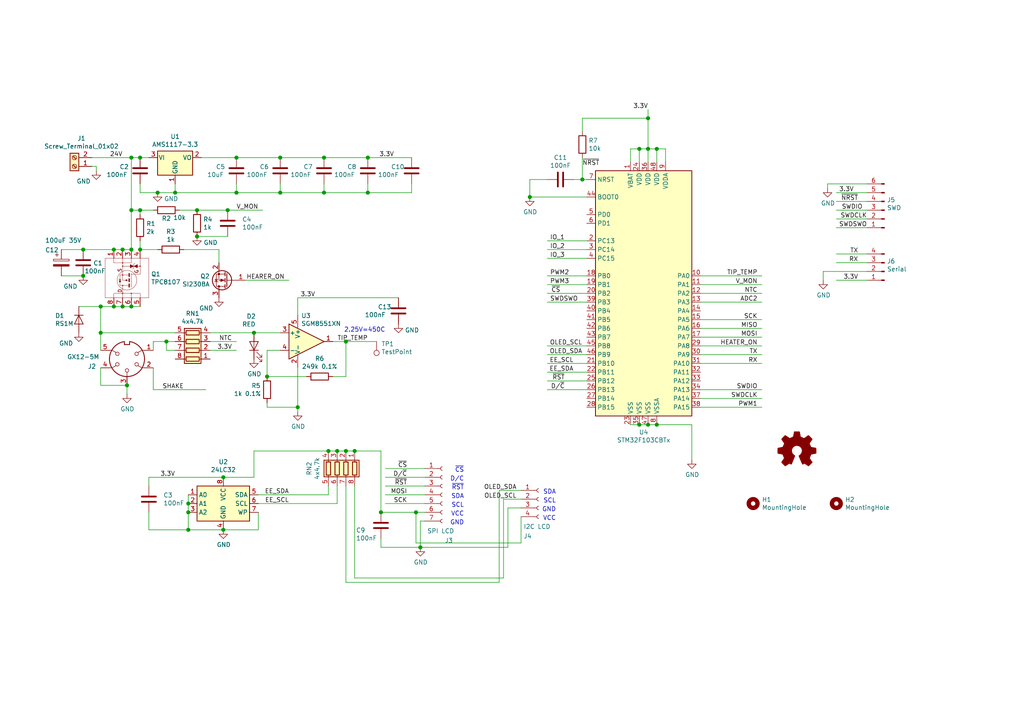
<source format=kicad_sch>
(kicad_sch (version 20201015) (generator eeschema)
  (page 1 1)
  (paper "A4")
  (lib_symbols
    (symbol "Amplifier_Operational:MCP6001-OT" (pin_names (offset 0.127))
      (property "Reference" "U" (at -1.27 6.35 0))
      (property "Value" "MCP6001-OT" (at -1.27 3.81 0))
      (symbol "MCP6001-OT_0_1"
        (pin power_in line (at -2.54 -7.62 90) (length 3.81) (name "V-") (number "2"))
        (pin power_in line (at -2.54 7.62 270) (length 3.81) (name "V+") (number "5"))
      )
      (symbol "MCP6001-OT_1_1"
        (pin output line (at 7.62 0 180) (length 2.54) (name "~") (number "1"))
        (pin input line (at -7.62 2.54 0) (length 2.54) (name "+") (number "3"))
        (pin input line (at -7.62 -2.54 0) (length 2.54) (name "-") (number "4"))
      )
    )
    (symbol "Connector:Conn_01x04_Female" (pin_names (offset 1.016) hide)
      (property "Reference" "J" (at 0 5.08 0))
      (property "Value" "Conn_01x04_Female" (at 0 -7.62 0))
      (symbol "Conn_01x04_Female_1_1"
        (pin passive line (at -5.08 2.54 0) (length 3.81) (name "Pin_1") (number "1"))
        (pin passive line (at -5.08 0 0) (length 3.81) (name "Pin_2") (number "2"))
        (pin passive line (at -5.08 -2.54 0) (length 3.81) (name "Pin_3") (number "3"))
        (pin passive line (at -5.08 -5.08 0) (length 3.81) (name "Pin_4") (number "4"))
      )
    )
    (symbol "Connector:Conn_01x04_Male" (pin_names (offset 1.016) hide)
      (property "Reference" "J" (at 0 5.08 0))
      (property "Value" "Conn_01x04_Male" (at 0 -7.62 0))
      (symbol "Conn_01x04_Male_1_1"
        (pin passive line (at 5.08 2.54 180) (length 3.81) (name "Pin_1") (number "1"))
        (pin passive line (at 5.08 0 180) (length 3.81) (name "Pin_2") (number "2"))
        (pin passive line (at 5.08 -2.54 180) (length 3.81) (name "Pin_3") (number "3"))
        (pin passive line (at 5.08 -5.08 180) (length 3.81) (name "Pin_4") (number "4"))
      )
    )
    (symbol "Connector:Conn_01x06_Male" (pin_names (offset 1.016) hide)
      (property "Reference" "J" (at 0 7.62 0))
      (property "Value" "Conn_01x06_Male" (at 0 -10.16 0))
      (symbol "Conn_01x06_Male_1_1"
        (pin passive line (at 5.08 5.08 180) (length 3.81) (name "Pin_1") (number "1"))
        (pin passive line (at 5.08 2.54 180) (length 3.81) (name "Pin_2") (number "2"))
        (pin passive line (at 5.08 0 180) (length 3.81) (name "Pin_3") (number "3"))
        (pin passive line (at 5.08 -2.54 180) (length 3.81) (name "Pin_4") (number "4"))
        (pin passive line (at 5.08 -5.08 180) (length 3.81) (name "Pin_5") (number "5"))
        (pin passive line (at 5.08 -7.62 180) (length 3.81) (name "Pin_6") (number "6"))
      )
    )
    (symbol "Connector:Conn_01x07_Female" (pin_names (offset 1.016) hide)
      (property "Reference" "J" (at 0 10.16 0))
      (property "Value" "Conn_01x07_Female" (at 0 -10.16 0))
      (symbol "Conn_01x07_Female_1_1"
        (pin passive line (at -5.08 7.62 0) (length 3.81) (name "Pin_1") (number "1"))
        (pin passive line (at -5.08 5.08 0) (length 3.81) (name "Pin_2") (number "2"))
        (pin passive line (at -5.08 2.54 0) (length 3.81) (name "Pin_3") (number "3"))
        (pin passive line (at -5.08 0 0) (length 3.81) (name "Pin_4") (number "4"))
        (pin passive line (at -5.08 -2.54 0) (length 3.81) (name "Pin_5") (number "5"))
        (pin passive line (at -5.08 -5.08 0) (length 3.81) (name "Pin_6") (number "6"))
        (pin passive line (at -5.08 -7.62 0) (length 3.81) (name "Pin_7") (number "7"))
      )
    )
    (symbol "Connector:DIN-5" (pin_names (offset 1.016))
      (property "Reference" "J" (at 3.175 5.715 0))
      (property "Value" "DIN-5" (at 0 -6.35 0))
      (symbol "DIN-5_1_1"
        (pin passive line (at -7.62 -2.54 0) (length 2.54) (name "~") (number "1"))
        (pin passive line (at -7.62 2.54 0) (length 2.54) (name "~") (number "2"))
        (pin passive line (at 0 7.62 270) (length 2.54) (name "~") (number "3"))
        (pin passive line (at 7.62 2.54 180) (length 2.54) (name "~") (number "4"))
        (pin passive line (at 7.62 -2.54 180) (length 2.54) (name "~") (number "5"))
      )
    )
    (symbol "Connector:Screw_Terminal_01x02" (pin_names (offset 1.016) hide)
      (property "Reference" "J" (at 0 2.54 0))
      (property "Value" "Screw_Terminal_01x02" (at 0 -5.08 0))
      (symbol "Screw_Terminal_01x02_1_1"
        (pin passive line (at -5.08 0 0) (length 3.81) (name "Pin_1") (number "1"))
        (pin passive line (at -5.08 -2.54 0) (length 3.81) (name "Pin_2") (number "2"))
      )
    )
    (symbol "Connector:TestPoint" (pin_numbers hide) (pin_names (offset 0.762) hide)
      (property "Reference" "TP" (at 0 6.858 0))
      (property "Value" "TestPoint" (at 0 5.08 0))
      (symbol "TestPoint_1_1"
        (pin passive line (at 0 0 90) (length 2.54) (name "1") (number "1"))
      )
    )
    (symbol "Device:C" (pin_numbers hide) (pin_names (offset 0.254))
      (property "Reference" "C" (at 0.635 2.54 0))
      (property "Value" "C" (at 0.635 -2.54 0))
      (symbol "C_1_1"
        (pin passive line (at 0 3.81 270) (length 2.794) (name "~") (number "1"))
        (pin passive line (at 0 -3.81 90) (length 2.794) (name "~") (number "2"))
      )
    )
    (symbol "Device:CP" (pin_numbers hide) (pin_names (offset 0.254))
      (property "Reference" "C" (at 0.635 2.54 0))
      (property "Value" "CP" (at 0.635 -2.54 0))
      (symbol "CP_1_1"
        (pin passive line (at 0 3.81 270) (length 2.794) (name "~") (number "1"))
        (pin passive line (at 0 -3.81 90) (length 2.794) (name "~") (number "2"))
      )
    )
    (symbol "Device:D" (pin_numbers hide) (pin_names (offset 1.016) hide)
      (property "Reference" "D" (at 0 2.54 0))
      (property "Value" "D" (at 0 -2.54 0))
      (symbol "D_1_1"
        (pin passive line (at -3.81 0 0) (length 2.54) (name "K") (number "1"))
        (pin passive line (at 3.81 0 180) (length 2.54) (name "A") (number "2"))
      )
    )
    (symbol "Device:LED" (pin_numbers hide) (pin_names (offset 1.016) hide)
      (property "Reference" "D" (at 0 2.54 0))
      (property "Value" "LED" (at 0 -2.54 0))
      (symbol "LED_1_1"
        (pin passive line (at -3.81 0 0) (length 2.54) (name "K") (number "1"))
        (pin passive line (at 3.81 0 180) (length 2.54) (name "A") (number "2"))
      )
    )
    (symbol "Device:Q_NMOS_GSD" (pin_names (offset 0) hide)
      (property "Reference" "Q" (at 5.08 1.27 0))
      (property "Value" "Q_NMOS_GSD" (at 5.08 -1.27 0))
      (symbol "Q_NMOS_GSD_1_1"
        (pin input line (at -5.08 0 0) (length 2.54) (name "G") (number "1"))
        (pin passive line (at 2.54 -5.08 90) (length 2.54) (name "S") (number "2"))
        (pin passive line (at 2.54 5.08 270) (length 2.54) (name "D") (number "3"))
      )
    )
    (symbol "Device:R" (pin_numbers hide) (pin_names (offset 0))
      (property "Reference" "R" (at 2.032 0 90))
      (property "Value" "R" (at 0 0 90))
      (symbol "R_1_1"
        (pin passive line (at 0 3.81 270) (length 1.27) (name "~") (number "1"))
        (pin passive line (at 0 -3.81 90) (length 1.27) (name "~") (number "2"))
      )
    )
    (symbol "Device:R_Pack04" (pin_names (offset 0) hide)
      (property "Reference" "RN" (at -7.62 0 90))
      (property "Value" "R_Pack04" (at 5.08 0 90))
      (symbol "R_Pack04_1_1"
        (pin passive line (at -5.08 -5.08 90) (length 2.54) (name "R1.1") (number "1"))
        (pin passive line (at -2.54 -5.08 90) (length 2.54) (name "R2.1") (number "2"))
        (pin passive line (at 0 -5.08 90) (length 2.54) (name "R3.1") (number "3"))
        (pin passive line (at 2.54 -5.08 90) (length 2.54) (name "R4.1") (number "4"))
        (pin passive line (at 2.54 5.08 270) (length 2.54) (name "R4.2") (number "5"))
        (pin passive line (at 0 5.08 270) (length 2.54) (name "R3.2") (number "6"))
        (pin passive line (at -2.54 5.08 270) (length 2.54) (name "R2.2") (number "7"))
        (pin passive line (at -5.08 5.08 270) (length 2.54) (name "R1.2") (number "8"))
      )
    )
    (symbol "Graphic:Logo_Open_Hardware_Small" (pin_names (offset 1.016)))
    (symbol "MCU_ST_STM32F1:STM32F103CBTx"
      (property "Reference" "U" (at -15.24 36.83 0))
      (property "Value" "STM32F103CBTx" (at 7.62 36.83 0))
      (symbol "STM32F103CBTx_1_1"
        (pin input line (at -17.78 27.94 0) (length 2.54) (name "BOOT0") (number "44"))
        (pin input line (at -17.78 33.02 0) (length 2.54) (name "NRST") (number "7"))
        (pin bidirectional line (at 15.24 5.08 180) (length 2.54) (name "PA0") (number "10"))
        (pin bidirectional line (at 15.24 2.54 180) (length 2.54) (name "PA1") (number "11"))
        (pin bidirectional line (at 15.24 -20.32 180) (length 2.54) (name "PA10") (number "31"))
        (pin bidirectional line (at 15.24 -22.86 180) (length 2.54) (name "PA11") (number "32"))
        (pin bidirectional line (at 15.24 -25.4 180) (length 2.54) (name "PA12") (number "33"))
        (pin bidirectional line (at 15.24 -27.94 180) (length 2.54) (name "PA13") (number "34"))
        (pin bidirectional line (at 15.24 -30.48 180) (length 2.54) (name "PA14") (number "37"))
        (pin bidirectional line (at 15.24 -33.02 180) (length 2.54) (name "PA15") (number "38"))
        (pin bidirectional line (at 15.24 0 180) (length 2.54) (name "PA2") (number "12"))
        (pin bidirectional line (at 15.24 -2.54 180) (length 2.54) (name "PA3") (number "13"))
        (pin bidirectional line (at 15.24 -5.08 180) (length 2.54) (name "PA4") (number "14"))
        (pin bidirectional line (at 15.24 -7.62 180) (length 2.54) (name "PA5") (number "15"))
        (pin bidirectional line (at 15.24 -10.16 180) (length 2.54) (name "PA6") (number "16"))
        (pin bidirectional line (at 15.24 -12.7 180) (length 2.54) (name "PA7") (number "17"))
        (pin bidirectional line (at 15.24 -15.24 180) (length 2.54) (name "PA8") (number "29"))
        (pin bidirectional line (at 15.24 -17.78 180) (length 2.54) (name "PA9") (number "30"))
        (pin bidirectional line (at -17.78 5.08 0) (length 2.54) (name "PB0") (number "18"))
        (pin bidirectional line (at -17.78 2.54 0) (length 2.54) (name "PB1") (number "19"))
        (pin bidirectional line (at -17.78 -20.32 0) (length 2.54) (name "PB10") (number "21"))
        (pin bidirectional line (at -17.78 -22.86 0) (length 2.54) (name "PB11") (number "22"))
        (pin bidirectional line (at -17.78 -25.4 0) (length 2.54) (name "PB12") (number "25"))
        (pin bidirectional line (at -17.78 -27.94 0) (length 2.54) (name "PB13") (number "26"))
        (pin bidirectional line (at -17.78 -30.48 0) (length 2.54) (name "PB14") (number "27"))
        (pin bidirectional line (at -17.78 -33.02 0) (length 2.54) (name "PB15") (number "28"))
        (pin bidirectional line (at -17.78 0 0) (length 2.54) (name "PB2") (number "20"))
        (pin bidirectional line (at -17.78 -2.54 0) (length 2.54) (name "PB3") (number "39"))
        (pin bidirectional line (at -17.78 -5.08 0) (length 2.54) (name "PB4") (number "40"))
        (pin bidirectional line (at -17.78 -7.62 0) (length 2.54) (name "PB5") (number "41"))
        (pin bidirectional line (at -17.78 -10.16 0) (length 2.54) (name "PB6") (number "42"))
        (pin bidirectional line (at -17.78 -12.7 0) (length 2.54) (name "PB7") (number "43"))
        (pin bidirectional line (at -17.78 -15.24 0) (length 2.54) (name "PB8") (number "45"))
        (pin bidirectional line (at -17.78 -17.78 0) (length 2.54) (name "PB9") (number "46"))
        (pin bidirectional line (at -17.78 15.24 0) (length 2.54) (name "PC13") (number "2"))
        (pin bidirectional line (at -17.78 12.7 0) (length 2.54) (name "PC14") (number "3"))
        (pin bidirectional line (at -17.78 10.16 0) (length 2.54) (name "PC15") (number "4"))
        (pin input line (at -17.78 22.86 0) (length 2.54) (name "PD0") (number "5"))
        (pin input line (at -17.78 20.32 0) (length 2.54) (name "PD1") (number "6"))
        (pin power_in line (at -5.08 38.1 270) (length 2.54) (name "VBAT") (number "1"))
        (pin power_in line (at -2.54 38.1 270) (length 2.54) (name "VDD") (number "24"))
        (pin power_in line (at 0 38.1 270) (length 2.54) (name "VDD") (number "36"))
        (pin power_in line (at 2.54 38.1 270) (length 2.54) (name "VDD") (number "48"))
        (pin power_in line (at 5.08 38.1 270) (length 2.54) (name "VDDA") (number "9"))
        (pin power_in line (at -5.08 -38.1 90) (length 2.54) (name "VSS") (number "23"))
        (pin power_in line (at -2.54 -38.1 90) (length 2.54) (name "VSS") (number "35"))
        (pin power_in line (at 0 -38.1 90) (length 2.54) (name "VSS") (number "47"))
        (pin power_in line (at 2.54 -38.1 90) (length 2.54) (name "VSSA") (number "8"))
      )
    )
    (symbol "Mechanical:MountingHole" (pin_names (offset 1.016))
      (property "Reference" "H" (at 0 5.08 0))
      (property "Value" "MountingHole" (at 0 3.175 0))
    )
    (symbol "Memory_EEPROM:24LC32"
      (property "Reference" "U" (at -6.35 6.35 0))
      (property "Value" "24LC32" (at 1.27 6.35 0))
      (symbol "24LC32_1_1"
        (pin input line (at -10.16 2.54 0) (length 2.54) (name "A0") (number "1"))
        (pin input line (at -10.16 0 0) (length 2.54) (name "A1") (number "2"))
        (pin input line (at -10.16 -2.54 0) (length 2.54) (name "A2") (number "3"))
        (pin power_in line (at 0 -7.62 90) (length 2.54) (name "GND") (number "4"))
        (pin bidirectional line (at 10.16 2.54 180) (length 2.54) (name "SDA") (number "5"))
        (pin input line (at 10.16 0 180) (length 2.54) (name "SCL") (number "6"))
        (pin input line (at 10.16 -2.54 180) (length 2.54) (name "WP") (number "7"))
        (pin power_in line (at 0 7.62 270) (length 2.54) (name "VCC") (number "8"))
      )
    )
    (symbol "Regulator_Linear:AMS1117-3.3" (pin_names (offset 0.254))
      (property "Reference" "U" (at -3.81 3.175 0))
      (property "Value" "AMS1117-3.3" (at 0 3.175 0))
      (symbol "AMS1117-3.3_1_1"
        (pin power_in line (at 0 -7.62 90) (length 2.54) (name "GND") (number "1"))
        (pin power_out line (at 7.62 0 180) (length 2.54) (name "VO") (number "2"))
        (pin power_in line (at -7.62 0 0) (length 2.54) (name "VI") (number "3"))
      )
    )
    (symbol "TPC8107:TPC8107" (pin_names hide)
      (property "Reference" "Q" (at 7.62 1.27 0))
      (property "Value" "TPC8107" (at 11.43 -1.27 0))
      (symbol "TPC8107_0_0"
        (text "G" (at 2.794 2.54 900) (effects (font (size 1 1))))
        (text "S" (at -2.0828 2.9464 900) (effects (font (size 1 1))))
        (text "D" (at -2.032 -3.048 900) (effects (font (size 1 1))))
      )
      (symbol "TPC8107_1_1"
        (pin unspecified line (at -3.81 8.89 270) (length 2.54) (name "S") (number "1"))
        (pin unspecified line (at -1.27 8.89 270) (length 2.54) (name "S") (number "2"))
        (pin unspecified line (at 1.27 8.89 270) (length 2.54) (name "S") (number "3"))
        (pin unspecified line (at 3.81 8.89 270) (length 2.54) (name "G") (number "4"))
        (pin unspecified line (at -3.81 -7.62 90) (length 2.54) (name "D") (number "8"))
        (pin unspecified line (at -1.27 -7.62 90) (length 2.54) (name "D") (number "7"))
        (pin unspecified line (at 1.27 -7.62 90) (length 2.54) (name "D") (number "6"))
        (pin unspecified line (at 3.81 -7.62 90) (length 2.54) (name "D") (number "5"))
      )
    )
    (symbol "power:GND" (power) (pin_names (offset 0))
      (property "Value" "GND" (at 0 -3.81 0))
      (symbol "GND_1_1"
        (pin power_in line (at 0 0 270) (length 0) hide (name "GND") (number "1"))
      )
    )
  )
  (junction (at 24.13 72.39) (diameter 1.016))
  (junction (at 24.13 80.01) (diameter 1.016))
  (junction (at 29.21 88.9) (diameter 1.016))
  (junction (at 29.21 96.52) (diameter 1.016))
  (junction (at 33.02 72.39) (diameter 1.016))
  (junction (at 33.02 88.9) (diameter 1.016))
  (junction (at 35.56 72.39) (diameter 1.016))
  (junction (at 35.56 88.9) (diameter 1.016))
  (junction (at 36.83 111.76) (diameter 1.016))
  (junction (at 38.1 45.72) (diameter 1.016))
  (junction (at 38.1 60.96) (diameter 1.016))
  (junction (at 38.1 72.39) (diameter 1.016))
  (junction (at 38.1 88.9) (diameter 1.016))
  (junction (at 40.64 45.72) (diameter 1.016))
  (junction (at 40.64 60.96) (diameter 1.016))
  (junction (at 40.64 72.39) (diameter 1.016))
  (junction (at 45.72 55.88) (diameter 1.016))
  (junction (at 48.26 99.06) (diameter 1.016))
  (junction (at 50.8 55.88) (diameter 1.016))
  (junction (at 54.61 146.05) (diameter 1.016))
  (junction (at 54.61 148.59) (diameter 1.016))
  (junction (at 54.61 153.67) (diameter 1.016))
  (junction (at 57.15 60.96) (diameter 1.016))
  (junction (at 57.15 68.58) (diameter 1.016))
  (junction (at 64.77 138.43) (diameter 1.016))
  (junction (at 64.77 153.67) (diameter 1.016))
  (junction (at 66.04 60.96) (diameter 1.016))
  (junction (at 68.58 45.72) (diameter 1.016))
  (junction (at 68.58 55.88) (diameter 1.016))
  (junction (at 73.66 96.52) (diameter 1.016))
  (junction (at 77.47 109.22) (diameter 1.016))
  (junction (at 81.28 45.72) (diameter 1.016))
  (junction (at 81.28 55.88) (diameter 1.016))
  (junction (at 86.36 118.11) (diameter 1.016))
  (junction (at 93.98 45.72) (diameter 1.016))
  (junction (at 93.98 55.88) (diameter 1.016))
  (junction (at 95.25 130.81) (diameter 1.016))
  (junction (at 97.79 130.81) (diameter 1.016))
  (junction (at 100.33 99.06) (diameter 1.016))
  (junction (at 100.33 130.81) (diameter 1.016))
  (junction (at 102.87 130.81) (diameter 1.016))
  (junction (at 106.68 45.72) (diameter 1.016))
  (junction (at 106.68 55.88) (diameter 1.016))
  (junction (at 110.49 148.59) (diameter 1.016))
  (junction (at 120.65 148.59) (diameter 1.016))
  (junction (at 121.92 158.75) (diameter 1.016))
  (junction (at 153.67 57.15) (diameter 1.016))
  (junction (at 168.91 52.07) (diameter 1.016))
  (junction (at 185.42 43.18) (diameter 1.016))
  (junction (at 185.42 123.19) (diameter 1.016))
  (junction (at 187.96 34.29) (diameter 1.016))
  (junction (at 187.96 43.18) (diameter 1.016))
  (junction (at 187.96 123.19) (diameter 1.016))
  (junction (at 190.5 43.18) (diameter 1.016))
  (junction (at 190.5 123.19) (diameter 1.016))
  (wire (pts (xy 17.78 72.39) (xy 24.13 72.39)))
  (wire (pts (xy 17.78 80.01) (xy 24.13 80.01)))
  (wire (pts (xy 22.86 88.9) (xy 29.21 88.9)))
  (wire (pts (xy 24.13 72.39) (xy 33.02 72.39)))
  (wire (pts (xy 26.67 45.72) (xy 38.1 45.72)))
  (wire (pts (xy 26.67 48.26) (xy 27.94 48.26)))
  (wire (pts (xy 27.94 48.26) (xy 27.94 49.53)))
  (wire (pts (xy 29.21 88.9) (xy 29.21 96.52)))
  (wire (pts (xy 29.21 96.52) (xy 29.21 101.6)))
  (wire (pts (xy 29.21 106.68) (xy 29.21 111.76)))
  (wire (pts (xy 29.21 111.76) (xy 36.83 111.76)))
  (wire (pts (xy 33.02 72.39) (xy 35.56 72.39)))
  (wire (pts (xy 33.02 88.9) (xy 29.21 88.9)))
  (wire (pts (xy 35.56 72.39) (xy 38.1 72.39)))
  (wire (pts (xy 35.56 88.9) (xy 33.02 88.9)))
  (wire (pts (xy 36.83 111.76) (xy 36.83 114.3)))
  (wire (pts (xy 38.1 45.72) (xy 38.1 60.96)))
  (wire (pts (xy 38.1 45.72) (xy 40.64 45.72)))
  (wire (pts (xy 38.1 60.96) (xy 38.1 72.39)))
  (wire (pts (xy 38.1 60.96) (xy 40.64 60.96)))
  (wire (pts (xy 38.1 88.9) (xy 35.56 88.9)))
  (wire (pts (xy 40.64 45.72) (xy 43.18 45.72)))
  (wire (pts (xy 40.64 53.34) (xy 40.64 55.88)))
  (wire (pts (xy 40.64 55.88) (xy 45.72 55.88)))
  (wire (pts (xy 40.64 60.96) (xy 44.45 60.96)))
  (wire (pts (xy 40.64 62.23) (xy 40.64 60.96)))
  (wire (pts (xy 40.64 69.85) (xy 40.64 72.39)))
  (wire (pts (xy 40.64 72.39) (xy 45.72 72.39)))
  (wire (pts (xy 40.64 88.9) (xy 38.1 88.9)))
  (wire (pts (xy 43.18 138.43) (xy 64.77 138.43)))
  (wire (pts (xy 43.18 140.97) (xy 43.18 138.43)))
  (wire (pts (xy 43.18 148.59) (xy 43.18 153.67)))
  (wire (pts (xy 43.18 153.67) (xy 54.61 153.67)))
  (wire (pts (xy 44.45 99.06) (xy 44.45 101.6)))
  (wire (pts (xy 44.45 99.06) (xy 48.26 99.06)))
  (wire (pts (xy 44.45 106.68) (xy 44.45 113.03)))
  (wire (pts (xy 44.45 113.03) (xy 59.69 113.03)))
  (wire (pts (xy 45.72 55.88) (xy 50.8 55.88)))
  (wire (pts (xy 48.26 99.06) (xy 48.26 101.6)))
  (wire (pts (xy 48.26 99.06) (xy 50.8 99.06)))
  (wire (pts (xy 50.8 53.34) (xy 50.8 55.88)))
  (wire (pts (xy 50.8 55.88) (xy 68.58 55.88)))
  (wire (pts (xy 50.8 96.52) (xy 29.21 96.52)))
  (wire (pts (xy 50.8 101.6) (xy 48.26 101.6)))
  (wire (pts (xy 52.07 60.96) (xy 57.15 60.96)))
  (wire (pts (xy 54.61 143.51) (xy 54.61 146.05)))
  (wire (pts (xy 54.61 146.05) (xy 54.61 148.59)))
  (wire (pts (xy 54.61 148.59) (xy 54.61 153.67)))
  (wire (pts (xy 54.61 153.67) (xy 64.77 153.67)))
  (wire (pts (xy 57.15 60.96) (xy 66.04 60.96)))
  (wire (pts (xy 57.15 68.58) (xy 66.04 68.58)))
  (wire (pts (xy 58.42 45.72) (xy 68.58 45.72)))
  (wire (pts (xy 60.96 96.52) (xy 73.66 96.52)))
  (wire (pts (xy 60.96 99.06) (xy 68.58 99.06)))
  (wire (pts (xy 60.96 101.6) (xy 68.58 101.6)))
  (wire (pts (xy 63.5 72.39) (xy 53.34 72.39)))
  (wire (pts (xy 63.5 76.2) (xy 63.5 72.39)))
  (wire (pts (xy 66.04 60.96) (xy 76.2 60.96)))
  (wire (pts (xy 68.58 45.72) (xy 81.28 45.72)))
  (wire (pts (xy 68.58 53.34) (xy 68.58 55.88)))
  (wire (pts (xy 68.58 55.88) (xy 81.28 55.88)))
  (wire (pts (xy 71.12 81.28) (xy 83.82 81.28)))
  (wire (pts (xy 73.66 96.52) (xy 81.28 96.52)))
  (wire (pts (xy 73.66 130.81) (xy 73.66 138.43)))
  (wire (pts (xy 73.66 138.43) (xy 64.77 138.43)))
  (wire (pts (xy 74.93 143.51) (xy 95.25 143.51)))
  (wire (pts (xy 74.93 146.05) (xy 97.79 146.05)))
  (wire (pts (xy 74.93 148.59) (xy 74.93 153.67)))
  (wire (pts (xy 74.93 153.67) (xy 64.77 153.67)))
  (wire (pts (xy 77.47 101.6) (xy 77.47 109.22)))
  (wire (pts (xy 77.47 109.22) (xy 88.9 109.22)))
  (wire (pts (xy 77.47 116.84) (xy 77.47 118.11)))
  (wire (pts (xy 77.47 118.11) (xy 86.36 118.11)))
  (wire (pts (xy 81.28 45.72) (xy 93.98 45.72)))
  (wire (pts (xy 81.28 53.34) (xy 81.28 55.88)))
  (wire (pts (xy 81.28 55.88) (xy 93.98 55.88)))
  (wire (pts (xy 81.28 101.6) (xy 77.47 101.6)))
  (wire (pts (xy 86.36 86.36) (xy 86.36 91.44)))
  (wire (pts (xy 86.36 86.36) (xy 115.57 86.36)))
  (wire (pts (xy 86.36 106.68) (xy 86.36 118.11)))
  (wire (pts (xy 86.36 118.11) (xy 86.36 119.38)))
  (wire (pts (xy 93.98 45.72) (xy 106.68 45.72)))
  (wire (pts (xy 93.98 53.34) (xy 93.98 55.88)))
  (wire (pts (xy 93.98 55.88) (xy 106.68 55.88)))
  (wire (pts (xy 95.25 130.81) (xy 73.66 130.81)))
  (wire (pts (xy 95.25 140.97) (xy 95.25 143.51)))
  (wire (pts (xy 96.52 99.06) (xy 100.33 99.06)))
  (wire (pts (xy 97.79 130.81) (xy 95.25 130.81)))
  (wire (pts (xy 97.79 140.97) (xy 97.79 146.05)))
  (wire (pts (xy 100.33 99.06) (xy 100.33 109.22)))
  (wire (pts (xy 100.33 99.06) (xy 109.22 99.06)))
  (wire (pts (xy 100.33 109.22) (xy 96.52 109.22)))
  (wire (pts (xy 100.33 130.81) (xy 97.79 130.81)))
  (wire (pts (xy 100.33 168.91) (xy 100.33 140.97)))
  (wire (pts (xy 102.87 130.81) (xy 100.33 130.81)))
  (wire (pts (xy 102.87 130.81) (xy 110.49 130.81)))
  (wire (pts (xy 102.87 167.64) (xy 102.87 140.97)))
  (wire (pts (xy 106.68 45.72) (xy 119.38 45.72)))
  (wire (pts (xy 106.68 53.34) (xy 106.68 55.88)))
  (wire (pts (xy 110.49 148.59) (xy 110.49 130.81)))
  (wire (pts (xy 110.49 148.59) (xy 120.65 148.59)))
  (wire (pts (xy 110.49 156.21) (xy 110.49 158.75)))
  (wire (pts (xy 110.49 158.75) (xy 121.92 158.75)))
  (wire (pts (xy 111.76 135.89) (xy 123.19 135.89)))
  (wire (pts (xy 111.76 138.43) (xy 123.19 138.43)))
  (wire (pts (xy 111.76 140.97) (xy 123.19 140.97)))
  (wire (pts (xy 111.76 143.51) (xy 123.19 143.51)))
  (wire (pts (xy 111.76 146.05) (xy 123.19 146.05)))
  (wire (pts (xy 119.38 53.34) (xy 119.38 55.88)))
  (wire (pts (xy 119.38 55.88) (xy 106.68 55.88)))
  (wire (pts (xy 120.65 148.59) (xy 120.65 157.48)))
  (wire (pts (xy 120.65 148.59) (xy 123.19 148.59)))
  (wire (pts (xy 121.92 151.13) (xy 121.92 158.75)))
  (wire (pts (xy 121.92 151.13) (xy 123.19 151.13)))
  (wire (pts (xy 144.78 142.24) (xy 144.78 168.91)))
  (wire (pts (xy 144.78 168.91) (xy 100.33 168.91)))
  (wire (pts (xy 146.05 144.78) (xy 146.05 167.64)))
  (wire (pts (xy 146.05 167.64) (xy 102.87 167.64)))
  (wire (pts (xy 147.32 147.32) (xy 147.32 158.75)))
  (wire (pts (xy 147.32 158.75) (xy 121.92 158.75)))
  (wire (pts (xy 151.13 142.24) (xy 144.78 142.24)))
  (wire (pts (xy 151.13 144.78) (xy 146.05 144.78)))
  (wire (pts (xy 151.13 147.32) (xy 147.32 147.32)))
  (wire (pts (xy 151.13 149.86) (xy 151.13 157.48)))
  (wire (pts (xy 151.13 157.48) (xy 120.65 157.48)))
  (wire (pts (xy 153.67 52.07) (xy 153.67 57.15)))
  (wire (pts (xy 153.67 57.15) (xy 170.18 57.15)))
  (wire (pts (xy 158.75 52.07) (xy 153.67 52.07)))
  (wire (pts (xy 158.75 69.85) (xy 170.18 69.85)))
  (wire (pts (xy 158.75 72.39) (xy 170.18 72.39)))
  (wire (pts (xy 158.75 74.93) (xy 170.18 74.93)))
  (wire (pts (xy 158.75 80.01) (xy 170.18 80.01)))
  (wire (pts (xy 158.75 82.55) (xy 170.18 82.55)))
  (wire (pts (xy 158.75 85.09) (xy 170.18 85.09)))
  (wire (pts (xy 158.75 87.63) (xy 170.18 87.63)))
  (wire (pts (xy 158.75 100.33) (xy 170.18 100.33)))
  (wire (pts (xy 158.75 102.87) (xy 170.18 102.87)))
  (wire (pts (xy 158.75 105.41) (xy 170.18 105.41)))
  (wire (pts (xy 158.75 107.95) (xy 170.18 107.95)))
  (wire (pts (xy 158.75 110.49) (xy 170.18 110.49)))
  (wire (pts (xy 158.75 113.03) (xy 170.18 113.03)))
  (wire (pts (xy 166.37 52.07) (xy 168.91 52.07)))
  (wire (pts (xy 168.91 34.29) (xy 187.96 34.29)))
  (wire (pts (xy 168.91 38.1) (xy 168.91 34.29)))
  (wire (pts (xy 168.91 45.72) (xy 168.91 52.07)))
  (wire (pts (xy 168.91 52.07) (xy 170.18 52.07)))
  (wire (pts (xy 182.88 43.18) (xy 185.42 43.18)))
  (wire (pts (xy 182.88 46.99) (xy 182.88 43.18)))
  (wire (pts (xy 182.88 123.19) (xy 185.42 123.19)))
  (wire (pts (xy 185.42 43.18) (xy 185.42 46.99)))
  (wire (pts (xy 185.42 123.19) (xy 187.96 123.19)))
  (wire (pts (xy 187.96 31.75) (xy 187.96 34.29)))
  (wire (pts (xy 187.96 34.29) (xy 187.96 43.18)))
  (wire (pts (xy 187.96 43.18) (xy 185.42 43.18)))
  (wire (pts (xy 187.96 43.18) (xy 187.96 46.99)))
  (wire (pts (xy 187.96 123.19) (xy 190.5 123.19)))
  (wire (pts (xy 190.5 43.18) (xy 187.96 43.18)))
  (wire (pts (xy 190.5 43.18) (xy 190.5 46.99)))
  (wire (pts (xy 190.5 123.19) (xy 200.66 123.19)))
  (wire (pts (xy 193.04 43.18) (xy 190.5 43.18)))
  (wire (pts (xy 193.04 46.99) (xy 193.04 43.18)))
  (wire (pts (xy 200.66 123.19) (xy 200.66 133.35)))
  (wire (pts (xy 203.2 80.01) (xy 220.98 80.01)))
  (wire (pts (xy 203.2 82.55) (xy 220.98 82.55)))
  (wire (pts (xy 203.2 85.09) (xy 220.98 85.09)))
  (wire (pts (xy 203.2 87.63) (xy 220.98 87.63)))
  (wire (pts (xy 203.2 92.71) (xy 220.98 92.71)))
  (wire (pts (xy 203.2 95.25) (xy 220.98 95.25)))
  (wire (pts (xy 203.2 97.79) (xy 220.98 97.79)))
  (wire (pts (xy 203.2 100.33) (xy 220.98 100.33)))
  (wire (pts (xy 203.2 102.87) (xy 220.98 102.87)))
  (wire (pts (xy 203.2 105.41) (xy 220.98 105.41)))
  (wire (pts (xy 203.2 113.03) (xy 220.98 113.03)))
  (wire (pts (xy 203.2 115.57) (xy 220.98 115.57)))
  (wire (pts (xy 203.2 118.11) (xy 220.98 118.11)))
  (wire (pts (xy 238.76 78.74) (xy 238.76 81.28)))
  (wire (pts (xy 240.03 53.34) (xy 240.03 54.61)))
  (wire (pts (xy 242.57 55.88) (xy 251.46 55.88)))
  (wire (pts (xy 242.57 58.42) (xy 251.46 58.42)))
  (wire (pts (xy 242.57 60.96) (xy 251.46 60.96)))
  (wire (pts (xy 242.57 63.5) (xy 251.46 63.5)))
  (wire (pts (xy 242.57 66.04) (xy 251.46 66.04)))
  (wire (pts (xy 242.57 73.66) (xy 251.46 73.66)))
  (wire (pts (xy 242.57 76.2) (xy 251.46 76.2)))
  (wire (pts (xy 242.57 81.28) (xy 251.46 81.28)))
  (wire (pts (xy 251.46 53.34) (xy 240.03 53.34)))
  (wire (pts (xy 251.46 78.74) (xy 238.76 78.74)))
  (text "2.25V=450C" (at 111.76 96.52 180) (effects (font (size 1.27 1.27)) (justify right bottom)))
  (text "~CS" (at 134.62 137.16 180) (effects (font (size 1.27 1.27)) (justify right bottom)))
  (text "D/C" (at 134.62 139.7 180) (effects (font (size 1.27 1.27)) (justify right bottom)))
  (text "~RST" (at 134.62 142.24 180) (effects (font (size 1.27 1.27)) (justify right bottom)))
  (text "SDA" (at 134.62 144.78 180) (effects (font (size 1.27 1.27)) (justify right bottom)))
  (text "SCL" (at 134.62 147.32 180) (effects (font (size 1.27 1.27)) (justify right bottom)))
  (text "VCC" (at 134.62 149.86 180) (effects (font (size 1.27 1.27)) (justify right bottom)))
  (text "GND" (at 134.62 152.4 180) (effects (font (size 1.27 1.27)) (justify right bottom)))
  (text "SDA" (at 161.29 143.51 180) (effects (font (size 1.27 1.27)) (justify right bottom)))
  (text "SCL" (at 161.29 146.05 180) (effects (font (size 1.27 1.27)) (justify right bottom)))
  (text "GND" (at 161.29 148.59 180) (effects (font (size 1.27 1.27)) (justify right bottom)))
  (text "VCC" (at 161.29 151.13 180) (effects (font (size 1.27 1.27)) (justify right bottom)))
  (label "24V" (at 35.56 45.72 180))
  (label "3.3V" (at 50.8 138.43 180))
  (label "SHAKE" (at 53.34 113.03 180))
  (label "NTC" (at 67.31 99.06 180))
  (label "3.3V" (at 67.31 101.6 180))
  (label "V_MON" (at 74.93 60.96 180))
  (label "HEARER_ON" (at 82.55 81.28 180))
  (label "EE_SDA" (at 83.82 143.51 180))
  (label "EE_SCL" (at 83.82 146.05 180))
  (label "3.3V" (at 91.44 86.36 180))
  (label "TIP_TEMP" (at 106.68 99.06 180))
  (label "3.3V" (at 114.3 45.72 180))
  (label "~CS" (at 118.11 135.89 180))
  (label "D{slash}~C" (at 118.11 138.43 180))
  (label "~RST" (at 118.11 140.97 180))
  (label "MOSI" (at 118.11 143.51 180))
  (label "SCK" (at 118.11 146.05 180))
  (label "OLED_SDA" (at 149.86 142.24 180))
  (label "OLED_SCL" (at 149.86 144.78 180))
  (label "~CS" (at 162.56 85.09 180))
  (label "IO_1" (at 163.83 69.85 180))
  (label "IO_2" (at 163.83 72.39 180))
  (label "IO_3" (at 163.83 74.93 180))
  (label "~RST" (at 163.83 110.49 180))
  (label "D{slash}~C" (at 163.83 113.03 180))
  (label "PWM2" (at 165.1 80.01 180))
  (label "PWM3" (at 165.1 82.55 180))
  (label "EE_SCL" (at 166.37 105.41 180))
  (label "EE_SDA" (at 166.37 107.95 180))
  (label "SWDSWO" (at 167.64 87.63 180))
  (label "~NRST" (at 168.91 48.26 0))
  (label "OLED_SCL" (at 168.91 100.33 180))
  (label "OLED_SDA" (at 168.91 102.87 180))
  (label "3.3V" (at 187.96 31.75 180))
  (label "TIP_TEMP" (at 219.71 80.01 180))
  (label "V_MON" (at 219.71 82.55 180))
  (label "NTC" (at 219.71 85.09 180))
  (label "ADC2" (at 219.71 87.63 180))
  (label "SCK" (at 219.71 92.71 180))
  (label "MISO" (at 219.71 95.25 180))
  (label "MOSI" (at 219.71 97.79 180))
  (label "HEATER_ON" (at 219.71 100.33 180))
  (label "TX" (at 219.71 102.87 180))
  (label "RX" (at 219.71 105.41 180))
  (label "SWDIO" (at 219.71 113.03 180))
  (label "SWDCLK" (at 219.71 115.57 180))
  (label "PWM1" (at 219.71 118.11 180))
  (label "3.3V" (at 247.65 55.88 180))
  (label "~NRST" (at 248.92 58.42 180))
  (label "TX" (at 248.92 73.66 180))
  (label "RX" (at 248.92 76.2 180))
  (label "3.3V" (at 248.92 81.28 180))
  (label "SWDIO" (at 250.19 60.96 180))
  (label "SWDCLK" (at 251.46 63.5 180))
  (label "SWDSWO" (at 251.46 66.04 180))
  (symbol (lib_id "Connector:TestPoint") (at 109.22 99.06 180) (unit 1) (in_bom no)
    (property "Reference" "TP1" (at 110.6171 99.7521 0) (effects (justify right)))
    (property "Value" "TestPoint" (at 110.6171 102.0508 0) (effects (justify right)))
    (property "Footprint" "TestPoint:TestPoint_Pad_D1.0mm" (effects hide))
  )
  (symbol (lib_id "power:GND") (at 22.86 96.52 0) (unit 1)
    (property "Reference" "#PWR01" (effects hide))
    (property "Value" "GND" (at 19.1643 99.5744 0))
  )
  (symbol (lib_id "power:GND") (at 24.13 80.01 0) (unit 1)
    (property "Reference" "#PWR02" (effects hide))
    (property "Value" "GND" (at 20.4343 83.0644 0))
  )
  (symbol (lib_id "power:GND") (at 27.94 49.53 0) (unit 1)
    (property "Reference" "#PWR03" (effects hide))
    (property "Value" "GND" (at 24.2443 52.5844 0))
  )
  (symbol (lib_id "power:GND") (at 36.83 114.3 0) (unit 1)
    (property "Reference" "#PWR04" (effects hide))
    (property "Value" "GND" (at 36.9443 118.6244 0))
  )
  (symbol (lib_id "power:GND") (at 45.72 55.88 0) (unit 1)
    (property "Reference" "#PWR05" (effects hide))
    (property "Value" "GND" (at 49.6443 57.6644 0))
  )
  (symbol (lib_id "power:GND") (at 57.15 68.58 0) (unit 1)
    (property "Reference" "#PWR06" (effects hide))
    (property "Value" "GND" (at 61.0743 70.3644 0))
  )
  (symbol (lib_id "power:GND") (at 63.5 86.36 0) (unit 1)
    (property "Reference" "#PWR07" (effects hide))
    (property "Value" "GND" (at 59.8043 89.4144 0))
  )
  (symbol (lib_id "power:GND") (at 64.77 153.67 0) (unit 1)
    (property "Reference" "#PWR08" (effects hide))
    (property "Value" "GND" (at 64.8843 157.9944 0))
  )
  (symbol (lib_id "power:GND") (at 73.66 104.14 0) (unit 1)
    (property "Reference" "#PWR09" (effects hide))
    (property "Value" "GND" (at 73.7743 108.4644 0))
  )
  (symbol (lib_id "power:GND") (at 86.36 119.38 0) (unit 1)
    (property "Reference" "#PWR010" (effects hide))
    (property "Value" "GND" (at 86.4743 123.7044 0))
  )
  (symbol (lib_id "power:GND") (at 115.57 93.98 0) (unit 1)
    (property "Reference" "#PWR016" (effects hide))
    (property "Value" "GND" (at 119.4943 95.7644 0))
  )
  (symbol (lib_id "power:GND") (at 121.92 158.75 0) (unit 1)
    (property "Reference" "#PWR011" (effects hide))
    (property "Value" "GND" (at 122.0343 163.0744 0))
  )
  (symbol (lib_id "power:GND") (at 153.67 57.15 0) (unit 1)
    (property "Reference" "#PWR012" (effects hide))
    (property "Value" "GND" (at 153.7843 61.4744 0))
  )
  (symbol (lib_id "power:GND") (at 200.66 133.35 0) (unit 1)
    (property "Reference" "#PWR013" (effects hide))
    (property "Value" "GND" (at 200.7743 137.6744 0))
  )
  (symbol (lib_id "power:GND") (at 238.76 81.28 0) (unit 1)
    (property "Reference" "#PWR014" (effects hide))
    (property "Value" "GND" (at 238.8743 85.6044 0))
  )
  (symbol (lib_id "power:GND") (at 240.03 54.61 0) (unit 1)
    (property "Reference" "#PWR015" (effects hide))
    (property "Value" "GND" (at 240.1443 58.9344 0))
  )
  (symbol (lib_id "Mechanical:MountingHole") (at 218.44 146.05 0) (unit 1) (in_bom no)
    (property "Reference" "H1" (at 220.9801 144.9006 0) (effects (justify left)))
    (property "Value" "MountingHole" (at 220.9801 147.1993 0) (effects (justify left)))
    (property "Footprint" "MountingHole:MountingHole_3.2mm_M3_DIN965" (effects hide))
  )
  (symbol (lib_id "Mechanical:MountingHole") (at 242.57 146.05 0) (unit 1) (in_bom no)
    (property "Reference" "H2" (at 245.1101 144.9006 0) (effects (justify left)))
    (property "Value" "MountingHole" (at 245.1101 147.1993 0) (effects (justify left)))
    (property "Footprint" "MountingHole:MountingHole_3.2mm_M3_DIN965" (effects hide))
  )
  (symbol (lib_id "Device:R") (at 40.64 66.04 0) (unit 1)
    (property "Reference" "R1" (at 42.4181 64.8906 0) (effects (justify left)))
    (property "Value" "2k" (at 42.418 67.189 0) (effects (justify left)))
    (property "Footprint" "Resistor_SMD:R_0603_1608Metric" (effects hide))
    (property "LCSC Part#" "C22975" (effects hide))
  )
  (symbol (lib_id "Device:R") (at 48.26 60.96 90) (unit 1)
    (property "Reference" "R2" (at 48.26 63.3538 90))
    (property "Value" "10k" (at 52.07 63.112 90))
    (property "Footprint" "Resistor_SMD:R_0603_1608Metric" (effects hide))
    (property "LCSC Part#" "C25804" (effects hide))
  )
  (symbol (lib_id "Device:R") (at 49.53 72.39 90) (unit 1)
    (property "Reference" "R3" (at 49.53 67.1638 90))
    (property "Value" "1k" (at 49.53 69.462 90))
    (property "Footprint" "Resistor_SMD:R_0603_1608Metric" (effects hide))
    (property "LCSC Part#" "C22975" (effects hide))
  )
  (symbol (lib_id "Device:R") (at 57.15 64.77 0) (unit 1)
    (property "Reference" "R4" (at 58.9281 63.6206 0) (effects (justify left)))
    (property "Value" "1k" (at 58.928 65.919 0) (effects (justify left)))
    (property "Footprint" "Resistor_SMD:R_0603_1608Metric" (effects hide))
    (property "LCSC Part#" "C22975" (effects hide))
  )
  (symbol (lib_id "Device:R") (at 77.47 113.03 0) (unit 1)
    (property "Reference" "R5" (at 72.8981 111.8806 0) (effects (justify left)))
    (property "Value" "1k 0.1%" (at 67.818 114.179 0) (effects (justify left)))
    (property "Footprint" "Resistor_SMD:R_0603_1608Metric" (effects hide))
    (property "LCSC Part#" "C22975" (effects hide))
  )
  (symbol (lib_id "Device:R") (at 92.71 109.22 90) (unit 1)
    (property "Reference" "R6" (at 92.71 103.9938 90))
    (property "Value" "249k 0.1%" (at 92.71 106.292 90))
    (property "Footprint" "Resistor_SMD:R_0603_1608Metric" (effects hide))
    (property "LCSC Part#" "C22918" (effects hide))
  )
  (symbol (lib_id "Device:R") (at 168.91 41.91 0) (unit 1)
    (property "Reference" "R7" (at 170.6881 40.7606 0) (effects (justify left)))
    (property "Value" "10k" (at 170.688 43.059 0) (effects (justify left)))
    (property "Footprint" "Resistor_SMD:R_0603_1608Metric" (effects hide))
    (property "LCSC Part#" "C25804" (effects hide))
  )
  (symbol (lib_id "Device:D") (at 22.86 92.71 270) (unit 1)
    (property "Reference" "D1" (at 15.9767 91.5606 90) (effects (justify left)))
    (property "Value" "RS1M" (at 15.977 93.859 90) (effects (justify left)))
    (property "Footprint" "Diode_SMD:D_SMA" (effects hide))
    (property "LCSC Part#" "C181126" (effects hide))
  )
  (symbol (lib_id "Device:LED") (at 73.66 100.33 90) (unit 1)
    (property "Reference" "D2" (at 71.5011 91.7511 90) (effects (justify right)))
    (property "Value" "RED" (at 70.231 94.05 90) (effects (justify right)))
    (property "Footprint" "LED_SMD:LED_0603_1608Metric" (effects hide))
    (property "LCSC Part#" "C2286" (effects hide))
  )
  (symbol (lib_id "Connector:Screw_Terminal_01x02") (at 21.59 48.26 180) (unit 1) (in_bom no)
    (property "Reference" "J1" (at 23.622 40.1382 0))
    (property "Value" "Screw_Terminal_01x02" (at 23.622 42.4369 0))
    (property "Footprint" "PrntrBoardV2:TerminalBlock_Phoenix_PT-1,5-2-3.5-H_1x02_P3.50mm_Horizontal" (effects hide))
  )
  (symbol (lib_id "Device:CP") (at 17.78 76.2 0) (unit 1)
    (property "Reference" "C12" (at 13.0811 72.5106 0) (effects (justify left)))
    (property "Value" "100uF 35V" (at 13.081 69.729 0) (effects (justify left)))
    (property "Footprint" "Capacitor_SMD:CP_Elec_6.3x7.7" (effects hide))
    (property "LCSC Part#" "C134792" (effects hide))
  )
  (symbol (lib_id "Device:C") (at 24.13 76.2 0) (unit 1)
    (property "Reference" "C1" (at 27.0511 76.3206 0) (effects (justify left)))
    (property "Value" "100nF" (at 24.511 78.619 0) (effects (justify left)))
    (property "Footprint" "Capacitor_SMD:C_0603_1608Metric" (effects hide))
    (property "LCSC Part#" "C14663" (effects hide))
  )
  (symbol (lib_id "Device:C") (at 40.64 49.53 0) (unit 1)
    (property "Reference" "C2" (at 34.6711 48.3806 0) (effects (justify left)))
    (property "Value" "100nF" (at 30.861 50.679 0) (effects (justify left)))
    (property "Footprint" "Capacitor_SMD:C_0603_1608Metric" (effects hide))
    (property "LCSC Part#" "C14663" (effects hide))
  )
  (symbol (lib_id "Device:C") (at 43.18 144.78 0) (unit 1)
    (property "Reference" "C3" (at 47.3711 143.6306 0) (effects (justify left)))
    (property "Value" "100nF" (at 47.371 145.929 0) (effects (justify left)))
    (property "Footprint" "Capacitor_SMD:C_0603_1608Metric" (effects hide))
    (property "LCSC Part#" "C14663" (effects hide))
  )
  (symbol (lib_id "Device:C") (at 66.04 64.77 0) (unit 1)
    (property "Reference" "C4" (at 70.2311 63.6206 0) (effects (justify left)))
    (property "Value" "100nF" (at 70.231 65.919 0) (effects (justify left)))
    (property "Footprint" "Capacitor_SMD:C_0603_1608Metric" (effects hide))
    (property "LCSC Part#" "C14663" (effects hide))
  )
  (symbol (lib_id "Device:C") (at 68.58 49.53 0) (unit 1)
    (property "Reference" "C5" (at 62.6111 48.3806 0) (effects (justify left)))
    (property "Value" "10uF" (at 60.071 50.679 0) (effects (justify left)))
    (property "Footprint" "Capacitor_SMD:C_0603_1608Metric" (effects hide))
    (property "LCSC Part#" "C96446" (effects hide))
  )
  (symbol (lib_id "Device:C") (at 81.28 49.53 0) (unit 1)
    (property "Reference" "C6" (at 75.3111 48.3806 0) (effects (justify left)))
    (property "Value" "100nF" (at 71.501 50.679 0) (effects (justify left)))
    (property "Footprint" "Capacitor_SMD:C_0603_1608Metric" (effects hide))
    (property "LCSC Part#" "C14663" (effects hide))
  )
  (symbol (lib_id "Device:C") (at 93.98 49.53 0) (unit 1)
    (property "Reference" "C7" (at 88.0111 48.3806 0) (effects (justify left)))
    (property "Value" "100nF" (at 84.201 50.679 0) (effects (justify left)))
    (property "Footprint" "Capacitor_SMD:C_0603_1608Metric" (effects hide))
    (property "LCSC Part#" "C14663" (effects hide))
  )
  (symbol (lib_id "Device:C") (at 106.68 49.53 0) (unit 1)
    (property "Reference" "C8" (at 100.7111 48.3806 0) (effects (justify left)))
    (property "Value" "100nF" (at 96.901 50.679 0) (effects (justify left)))
    (property "Footprint" "Capacitor_SMD:C_0603_1608Metric" (effects hide))
    (property "LCSC Part#" "C14663" (effects hide))
  )
  (symbol (lib_id "Device:C") (at 110.49 152.4 0) (unit 1)
    (property "Reference" "C9" (at 103.2511 153.7906 0) (effects (justify left)))
    (property "Value" "100nF" (at 103.251 156.089 0) (effects (justify left)))
    (property "Footprint" "Capacitor_SMD:C_0603_1608Metric" (effects hide))
    (property "LCSC Part#" "C14663" (effects hide))
  )
  (symbol (lib_id "Device:C") (at 115.57 90.17 0) (unit 1)
    (property "Reference" "C13" (at 109.6011 89.0206 0) (effects (justify left)))
    (property "Value" "100nF" (at 105.791 91.319 0) (effects (justify left)))
    (property "Footprint" "Capacitor_SMD:C_0603_1608Metric" (effects hide))
    (property "LCSC Part#" "C14663" (effects hide))
  )
  (symbol (lib_id "Device:C") (at 119.38 49.53 0) (unit 1)
    (property "Reference" "C10" (at 113.4111 48.3806 0) (effects (justify left)))
    (property "Value" "100nF" (at 109.601 50.679 0) (effects (justify left)))
    (property "Footprint" "Capacitor_SMD:C_0603_1608Metric" (effects hide))
    (property "LCSC Part#" "C14663" (effects hide))
  )
  (symbol (lib_id "Device:C") (at 162.56 52.07 90) (unit 1)
    (property "Reference" "C11" (at 162.56 45.7008 90))
    (property "Value" "100nF" (at 162.56 47.999 90))
    (property "Footprint" "Capacitor_SMD:C_0603_1608Metric" (effects hide))
    (property "LCSC Part#" "C14663" (effects hide))
  )
  (symbol (lib_id "Connector:Conn_01x04_Male") (at 256.54 78.74 180) (unit 1) (in_bom no)
    (property "Reference" "J6" (at 257.2513 75.7618 0) (effects (justify right)))
    (property "Value" "Serial" (at 257.251 78.061 0) (effects (justify right)))
    (property "Footprint" "Connector_PinHeader_2.54mm:PinHeader_1x04_P2.54mm_Vertical" (effects hide))
  )
  (symbol (lib_id "Connector:Conn_01x04_Female") (at 156.21 144.78 0) (unit 1) (in_bom no)
    (property "Reference" "J4" (at 151.8413 155.5178 0) (effects (justify left)))
    (property "Value" "I2C LCD" (at 151.841 152.737 0) (effects (justify left)))
    (property "Footprint" "Connector_PinSocket_2.54mm:PinSocket_1x04_P2.54mm_Vertical" (effects hide))
  )
  (symbol (lib_id "Connector:Conn_01x06_Male") (at 256.54 60.96 180) (unit 1) (in_bom no)
    (property "Reference" "J5" (at 257.2513 57.9818 0) (effects (justify right)))
    (property "Value" "SWD" (at 257.251 60.281 0) (effects (justify right)))
    (property "Footprint" "Connector_PinHeader_2.54mm:PinHeader_1x06_P2.54mm_Vertical" (effects hide))
  )
  (symbol (lib_id "Connector:Conn_01x07_Female") (at 128.27 143.51 0) (unit 1) (in_bom no)
    (property "Reference" "J3" (at 128.9813 156.7878 0) (effects (justify left)))
    (property "Value" "SPI LCD" (at 123.901 154.007 0) (effects (justify left)))
    (property "Footprint" "Connector_PinSocket_2.54mm:PinSocket_1x07_P2.54mm_Vertical" (effects hide))
  )
  (symbol (lib_id "Device:Q_NMOS_GSD") (at 66.04 81.28 180) (unit 1)
    (property "Reference" "Q2" (at 60.833 80.1306 0) (effects (justify left)))
    (property "Value" "SI2308A" (at 60.833 82.429 0) (effects (justify left)))
    (property "Footprint" "Package_TO_SOT_SMD:SOT-23" (effects hide))
    (property "LCSC Part#" "C12298" (effects hide))
  )
  (symbol (lib_id "Graphic:Logo_Open_Hardware_Small") (at 231.14 130.81 0) (unit 1) (in_bom no)
    (property "Reference" "#LOGO1" (effects hide))
    (property "Value" "Logo_Open_Hardware_Small" (effects hide))
    (property "Footprint" "Symbol:OSHW-Logo2_14.6x12mm_SilkScreen" (effects hide))
  )
  (symbol (lib_id "Device:R_Pack04") (at 55.88 99.06 90) (unit 1)
    (property "Reference" "RN1" (at 55.88 90.9382 90))
    (property "Value" "4x4.7k" (at 55.88 93.237 90))
    (property "Footprint" "Resistor_SMD:R_Array_Concave_4x0402" (effects hide))
    (property "LCSC Part#" "C181126" (effects hide))
  )
  (symbol (lib_id "Device:R_Pack04") (at 97.79 135.89 180) (unit 1)
    (property "Reference" "RN2" (at 89.6682 135.89 90))
    (property "Value" "4x4.7k" (at 91.967 135.89 90))
    (property "Footprint" "Resistor_SMD:R_Array_Concave_4x0402" (effects hide))
    (property "LCSC Part#" "C181126" (effects hide))
  )
  (symbol (lib_id "Regulator_Linear:AMS1117-3.3") (at 50.8 45.72 0) (unit 1)
    (property "Reference" "U1" (at 50.8 39.605 0))
    (property "Value" "AMS1117-3.3" (at 50.8 41.9035 0))
    (property "Footprint" "Package_TO_SOT_SMD:SOT-223-3_TabPin2" (effects hide))
    (property "Datasheet" "http://www.advanced-monolithic.com/pdf/ds1117.pdf" (effects hide))
    (property "LCSC Part#" "C6186" (effects hide))
  )
  (symbol (lib_id "Connector:DIN-5") (at 36.83 104.14 180) (unit 1) (in_bom no)
    (property "Reference" "J2" (at 26.67 106.2798 0))
    (property "Value" "GX12-5M" (at 24.13 103.499 0))
    (property "Footprint" "Connector_Wago:Wago_734-135_1x05_P3.50mm_Vertical" (effects hide))
    (property "Datasheet" "http://www.mouser.com/ds/2/18/40_c091_abd_e-75918.pdf" (effects hide))
  )
  (symbol (lib_id "TPC8107:TPC8107") (at 36.83 81.28 0) (unit 1)
    (property "Reference" "Q1" (at 43.8154 79.4956 0) (effects (justify left)))
    (property "Value" "TPC8107" (at 43.8154 81.7943 0) (effects (justify left)))
    (property "Footprint" "Package_SO:SO-8_5.3x6.2mm_P1.27mm" (effects hide))
    (property "LCSC Part#" "C710107" (effects hide))
  )
  (symbol (lib_id "Amplifier_Operational:MCP6001-OT") (at 88.9 99.06 0) (unit 1)
    (property "Reference" "U3" (at 87.3761 91.5606 0) (effects (justify left)))
    (property "Value" "SGM8551XN" (at 87.376 93.859 0) (effects (justify left)))
    (property "Footprint" "Package_TO_SOT_SMD:SOT-23-5" (effects hide))
    (property "Datasheet" "http://ww1.microchip.com/downloads/en/DeviceDoc/21733j.pdf" (effects hide))
    (property "LCSC Part#" "C83748" (effects hide))
  )
  (symbol (lib_id "Memory_EEPROM:24LC32") (at 64.77 146.05 0) (unit 1)
    (property "Reference" "U2" (at 64.77 133.9658 0))
    (property "Value" "24LC32" (at 64.77 136.2645 0))
    (property "Footprint" "Package_SO:SOIC-8_3.9x4.9mm_P1.27mm" (effects hide))
    (property "Datasheet" "http://ww1.microchip.com/downloads/en/DeviceDoc/21072G.pdf" (effects hide))
    (property "LCSC Part#" "C511262" (effects hide))
  )
  (symbol (lib_id "MCU_ST_STM32F1:STM32F103CBTx") (at 187.96 85.09 0) (unit 1)
    (property "Reference" "U4" (at 186.69 125.3554 0))
    (property "Value" "STM32F103CBTx" (at 186.69 127.6541 0))
    (property "Footprint" "Package_QFP:LQFP-48_7x7mm_P0.5mm" (effects hide))
    (property "Datasheet" "http://www.st.com/st-web-ui/static/active/en/resource/technical/document/datasheet/CD00161566.pdf" (effects hide))
    (property "LCSC Part#" "C8304" (effects hide))
  )
)
</source>
